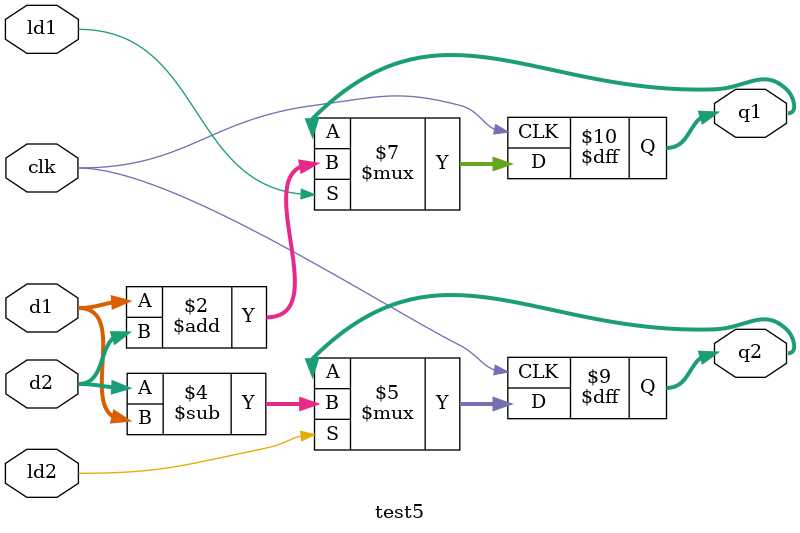
<source format=v>

`timescale 1ns/1ns

module test5(input [7:0] d1, d2, input clk, ld1, ld2, output reg [7:0] q1, q2);
    
    always @(posedge clk)
    begin
        begin
            if(ld1)
                q1<=d1+d2;
        end


    end
        always @(posedge clk)
    begin

        begin
            if(ld2)
                q2<=d2-d1;
        end

    end
            
endmodule
</source>
